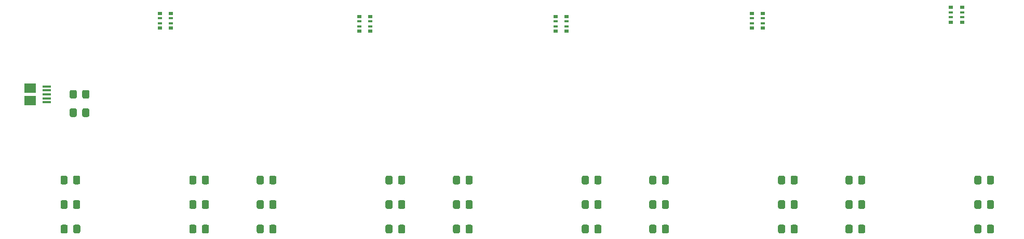
<source format=gbr>
%TF.GenerationSoftware,KiCad,Pcbnew,(5.1.6)-1*%
%TF.CreationDate,2020-10-11T19:25:40-07:00*%
%TF.ProjectId,Autopilot panel,4175746f-7069-46c6-9f74-2070616e656c,rev?*%
%TF.SameCoordinates,Original*%
%TF.FileFunction,Paste,Top*%
%TF.FilePolarity,Positive*%
%FSLAX46Y46*%
G04 Gerber Fmt 4.6, Leading zero omitted, Abs format (unit mm)*
G04 Created by KiCad (PCBNEW (5.1.6)-1) date 2020-10-11 19:25:40*
%MOMM*%
%LPD*%
G01*
G04 APERTURE LIST*
%ADD10R,1.900000X1.500000*%
%ADD11R,1.350000X0.400000*%
%ADD12R,0.800000X0.500000*%
%ADD13R,0.800000X0.400000*%
G04 APERTURE END LIST*
%TO.C,C2*%
G36*
G01*
X41475000Y-108450001D02*
X41475000Y-107549999D01*
G75*
G02*
X41724999Y-107300000I249999J0D01*
G01*
X42375001Y-107300000D01*
G75*
G02*
X42625000Y-107549999I0J-249999D01*
G01*
X42625000Y-108450001D01*
G75*
G02*
X42375001Y-108700000I-249999J0D01*
G01*
X41724999Y-108700000D01*
G75*
G02*
X41475000Y-108450001I0J249999D01*
G01*
G37*
G36*
G01*
X39425000Y-108450001D02*
X39425000Y-107549999D01*
G75*
G02*
X39674999Y-107300000I249999J0D01*
G01*
X40325001Y-107300000D01*
G75*
G02*
X40575000Y-107549999I0J-249999D01*
G01*
X40575000Y-108450001D01*
G75*
G02*
X40325001Y-108700000I-249999J0D01*
G01*
X39674999Y-108700000D01*
G75*
G02*
X39425000Y-108450001I0J249999D01*
G01*
G37*
%TD*%
%TO.C,C3*%
G36*
G01*
X63600000Y-107549999D02*
X63600000Y-108450001D01*
G75*
G02*
X63350001Y-108700000I-249999J0D01*
G01*
X62699999Y-108700000D01*
G75*
G02*
X62450000Y-108450001I0J249999D01*
G01*
X62450000Y-107549999D01*
G75*
G02*
X62699999Y-107300000I249999J0D01*
G01*
X63350001Y-107300000D01*
G75*
G02*
X63600000Y-107549999I0J-249999D01*
G01*
G37*
G36*
G01*
X61550000Y-107549999D02*
X61550000Y-108450001D01*
G75*
G02*
X61300001Y-108700000I-249999J0D01*
G01*
X60649999Y-108700000D01*
G75*
G02*
X60400000Y-108450001I0J249999D01*
G01*
X60400000Y-107549999D01*
G75*
G02*
X60649999Y-107300000I249999J0D01*
G01*
X61300001Y-107300000D01*
G75*
G02*
X61550000Y-107549999I0J-249999D01*
G01*
G37*
%TD*%
%TO.C,C4*%
G36*
G01*
X71400000Y-108450001D02*
X71400000Y-107549999D01*
G75*
G02*
X71649999Y-107300000I249999J0D01*
G01*
X72300001Y-107300000D01*
G75*
G02*
X72550000Y-107549999I0J-249999D01*
G01*
X72550000Y-108450001D01*
G75*
G02*
X72300001Y-108700000I-249999J0D01*
G01*
X71649999Y-108700000D01*
G75*
G02*
X71400000Y-108450001I0J249999D01*
G01*
G37*
G36*
G01*
X73450000Y-108450001D02*
X73450000Y-107549999D01*
G75*
G02*
X73699999Y-107300000I249999J0D01*
G01*
X74350001Y-107300000D01*
G75*
G02*
X74600000Y-107549999I0J-249999D01*
G01*
X74600000Y-108450001D01*
G75*
G02*
X74350001Y-108700000I-249999J0D01*
G01*
X73699999Y-108700000D01*
G75*
G02*
X73450000Y-108450001I0J249999D01*
G01*
G37*
%TD*%
%TO.C,C5*%
G36*
G01*
X93550000Y-107549999D02*
X93550000Y-108450001D01*
G75*
G02*
X93300001Y-108700000I-249999J0D01*
G01*
X92649999Y-108700000D01*
G75*
G02*
X92400000Y-108450001I0J249999D01*
G01*
X92400000Y-107549999D01*
G75*
G02*
X92649999Y-107300000I249999J0D01*
G01*
X93300001Y-107300000D01*
G75*
G02*
X93550000Y-107549999I0J-249999D01*
G01*
G37*
G36*
G01*
X95600000Y-107549999D02*
X95600000Y-108450001D01*
G75*
G02*
X95350001Y-108700000I-249999J0D01*
G01*
X94699999Y-108700000D01*
G75*
G02*
X94450000Y-108450001I0J249999D01*
G01*
X94450000Y-107549999D01*
G75*
G02*
X94699999Y-107300000I249999J0D01*
G01*
X95350001Y-107300000D01*
G75*
G02*
X95600000Y-107549999I0J-249999D01*
G01*
G37*
%TD*%
%TO.C,C6*%
G36*
G01*
X103400000Y-108450001D02*
X103400000Y-107549999D01*
G75*
G02*
X103649999Y-107300000I249999J0D01*
G01*
X104300001Y-107300000D01*
G75*
G02*
X104550000Y-107549999I0J-249999D01*
G01*
X104550000Y-108450001D01*
G75*
G02*
X104300001Y-108700000I-249999J0D01*
G01*
X103649999Y-108700000D01*
G75*
G02*
X103400000Y-108450001I0J249999D01*
G01*
G37*
G36*
G01*
X105450000Y-108450001D02*
X105450000Y-107549999D01*
G75*
G02*
X105699999Y-107300000I249999J0D01*
G01*
X106350001Y-107300000D01*
G75*
G02*
X106600000Y-107549999I0J-249999D01*
G01*
X106600000Y-108450001D01*
G75*
G02*
X106350001Y-108700000I-249999J0D01*
G01*
X105699999Y-108700000D01*
G75*
G02*
X105450000Y-108450001I0J249999D01*
G01*
G37*
%TD*%
%TO.C,C7*%
G36*
G01*
X125550000Y-107549999D02*
X125550000Y-108450001D01*
G75*
G02*
X125300001Y-108700000I-249999J0D01*
G01*
X124649999Y-108700000D01*
G75*
G02*
X124400000Y-108450001I0J249999D01*
G01*
X124400000Y-107549999D01*
G75*
G02*
X124649999Y-107300000I249999J0D01*
G01*
X125300001Y-107300000D01*
G75*
G02*
X125550000Y-107549999I0J-249999D01*
G01*
G37*
G36*
G01*
X127600000Y-107549999D02*
X127600000Y-108450001D01*
G75*
G02*
X127350001Y-108700000I-249999J0D01*
G01*
X126699999Y-108700000D01*
G75*
G02*
X126450000Y-108450001I0J249999D01*
G01*
X126450000Y-107549999D01*
G75*
G02*
X126699999Y-107300000I249999J0D01*
G01*
X127350001Y-107300000D01*
G75*
G02*
X127600000Y-107549999I0J-249999D01*
G01*
G37*
%TD*%
%TO.C,C8*%
G36*
G01*
X137450000Y-108450001D02*
X137450000Y-107549999D01*
G75*
G02*
X137699999Y-107300000I249999J0D01*
G01*
X138350001Y-107300000D01*
G75*
G02*
X138600000Y-107549999I0J-249999D01*
G01*
X138600000Y-108450001D01*
G75*
G02*
X138350001Y-108700000I-249999J0D01*
G01*
X137699999Y-108700000D01*
G75*
G02*
X137450000Y-108450001I0J249999D01*
G01*
G37*
G36*
G01*
X135400000Y-108450001D02*
X135400000Y-107549999D01*
G75*
G02*
X135649999Y-107300000I249999J0D01*
G01*
X136300001Y-107300000D01*
G75*
G02*
X136550000Y-107549999I0J-249999D01*
G01*
X136550000Y-108450001D01*
G75*
G02*
X136300001Y-108700000I-249999J0D01*
G01*
X135649999Y-108700000D01*
G75*
G02*
X135400000Y-108450001I0J249999D01*
G01*
G37*
%TD*%
%TO.C,C9*%
G36*
G01*
X159600000Y-107549999D02*
X159600000Y-108450001D01*
G75*
G02*
X159350001Y-108700000I-249999J0D01*
G01*
X158699999Y-108700000D01*
G75*
G02*
X158450000Y-108450001I0J249999D01*
G01*
X158450000Y-107549999D01*
G75*
G02*
X158699999Y-107300000I249999J0D01*
G01*
X159350001Y-107300000D01*
G75*
G02*
X159600000Y-107549999I0J-249999D01*
G01*
G37*
G36*
G01*
X157550000Y-107549999D02*
X157550000Y-108450001D01*
G75*
G02*
X157300001Y-108700000I-249999J0D01*
G01*
X156649999Y-108700000D01*
G75*
G02*
X156400000Y-108450001I0J249999D01*
G01*
X156400000Y-107549999D01*
G75*
G02*
X156649999Y-107300000I249999J0D01*
G01*
X157300001Y-107300000D01*
G75*
G02*
X157550000Y-107549999I0J-249999D01*
G01*
G37*
%TD*%
%TO.C,C10*%
G36*
G01*
X167400000Y-108450001D02*
X167400000Y-107549999D01*
G75*
G02*
X167649999Y-107300000I249999J0D01*
G01*
X168300001Y-107300000D01*
G75*
G02*
X168550000Y-107549999I0J-249999D01*
G01*
X168550000Y-108450001D01*
G75*
G02*
X168300001Y-108700000I-249999J0D01*
G01*
X167649999Y-108700000D01*
G75*
G02*
X167400000Y-108450001I0J249999D01*
G01*
G37*
G36*
G01*
X169450000Y-108450001D02*
X169450000Y-107549999D01*
G75*
G02*
X169699999Y-107300000I249999J0D01*
G01*
X170350001Y-107300000D01*
G75*
G02*
X170600000Y-107549999I0J-249999D01*
G01*
X170600000Y-108450001D01*
G75*
G02*
X170350001Y-108700000I-249999J0D01*
G01*
X169699999Y-108700000D01*
G75*
G02*
X169450000Y-108450001I0J249999D01*
G01*
G37*
%TD*%
%TO.C,C11*%
G36*
G01*
X189550000Y-107549999D02*
X189550000Y-108450001D01*
G75*
G02*
X189300001Y-108700000I-249999J0D01*
G01*
X188649999Y-108700000D01*
G75*
G02*
X188400000Y-108450001I0J249999D01*
G01*
X188400000Y-107549999D01*
G75*
G02*
X188649999Y-107300000I249999J0D01*
G01*
X189300001Y-107300000D01*
G75*
G02*
X189550000Y-107549999I0J-249999D01*
G01*
G37*
G36*
G01*
X191600000Y-107549999D02*
X191600000Y-108450001D01*
G75*
G02*
X191350001Y-108700000I-249999J0D01*
G01*
X190699999Y-108700000D01*
G75*
G02*
X190450000Y-108450001I0J249999D01*
G01*
X190450000Y-107549999D01*
G75*
G02*
X190699999Y-107300000I249999J0D01*
G01*
X191350001Y-107300000D01*
G75*
G02*
X191600000Y-107549999I0J-249999D01*
G01*
G37*
%TD*%
D10*
%TO.C,J1*%
X34462500Y-87000000D03*
D11*
X37162500Y-85350000D03*
X37162500Y-84700000D03*
X37162500Y-87300000D03*
X37162500Y-86650000D03*
X37162500Y-86000000D03*
D10*
X34462500Y-85000000D03*
%TD*%
%TO.C,R6*%
G36*
G01*
X41450000Y-104450001D02*
X41450000Y-103549999D01*
G75*
G02*
X41699999Y-103300000I249999J0D01*
G01*
X42350001Y-103300000D01*
G75*
G02*
X42600000Y-103549999I0J-249999D01*
G01*
X42600000Y-104450001D01*
G75*
G02*
X42350001Y-104700000I-249999J0D01*
G01*
X41699999Y-104700000D01*
G75*
G02*
X41450000Y-104450001I0J249999D01*
G01*
G37*
G36*
G01*
X39400000Y-104450001D02*
X39400000Y-103549999D01*
G75*
G02*
X39649999Y-103300000I249999J0D01*
G01*
X40300001Y-103300000D01*
G75*
G02*
X40550000Y-103549999I0J-249999D01*
G01*
X40550000Y-104450001D01*
G75*
G02*
X40300001Y-104700000I-249999J0D01*
G01*
X39649999Y-104700000D01*
G75*
G02*
X39400000Y-104450001I0J249999D01*
G01*
G37*
%TD*%
%TO.C,R7*%
G36*
G01*
X63600000Y-103549999D02*
X63600000Y-104450001D01*
G75*
G02*
X63350001Y-104700000I-249999J0D01*
G01*
X62699999Y-104700000D01*
G75*
G02*
X62450000Y-104450001I0J249999D01*
G01*
X62450000Y-103549999D01*
G75*
G02*
X62699999Y-103300000I249999J0D01*
G01*
X63350001Y-103300000D01*
G75*
G02*
X63600000Y-103549999I0J-249999D01*
G01*
G37*
G36*
G01*
X61550000Y-103549999D02*
X61550000Y-104450001D01*
G75*
G02*
X61300001Y-104700000I-249999J0D01*
G01*
X60649999Y-104700000D01*
G75*
G02*
X60400000Y-104450001I0J249999D01*
G01*
X60400000Y-103549999D01*
G75*
G02*
X60649999Y-103300000I249999J0D01*
G01*
X61300001Y-103300000D01*
G75*
G02*
X61550000Y-103549999I0J-249999D01*
G01*
G37*
%TD*%
%TO.C,R8*%
G36*
G01*
X39400000Y-100450001D02*
X39400000Y-99549999D01*
G75*
G02*
X39649999Y-99300000I249999J0D01*
G01*
X40300001Y-99300000D01*
G75*
G02*
X40550000Y-99549999I0J-249999D01*
G01*
X40550000Y-100450001D01*
G75*
G02*
X40300001Y-100700000I-249999J0D01*
G01*
X39649999Y-100700000D01*
G75*
G02*
X39400000Y-100450001I0J249999D01*
G01*
G37*
G36*
G01*
X41450000Y-100450001D02*
X41450000Y-99549999D01*
G75*
G02*
X41699999Y-99300000I249999J0D01*
G01*
X42350001Y-99300000D01*
G75*
G02*
X42600000Y-99549999I0J-249999D01*
G01*
X42600000Y-100450001D01*
G75*
G02*
X42350001Y-100700000I-249999J0D01*
G01*
X41699999Y-100700000D01*
G75*
G02*
X41450000Y-100450001I0J249999D01*
G01*
G37*
%TD*%
%TO.C,R9*%
G36*
G01*
X61550000Y-99549999D02*
X61550000Y-100450001D01*
G75*
G02*
X61300001Y-100700000I-249999J0D01*
G01*
X60649999Y-100700000D01*
G75*
G02*
X60400000Y-100450001I0J249999D01*
G01*
X60400000Y-99549999D01*
G75*
G02*
X60649999Y-99300000I249999J0D01*
G01*
X61300001Y-99300000D01*
G75*
G02*
X61550000Y-99549999I0J-249999D01*
G01*
G37*
G36*
G01*
X63600000Y-99549999D02*
X63600000Y-100450001D01*
G75*
G02*
X63350001Y-100700000I-249999J0D01*
G01*
X62699999Y-100700000D01*
G75*
G02*
X62450000Y-100450001I0J249999D01*
G01*
X62450000Y-99549999D01*
G75*
G02*
X62699999Y-99300000I249999J0D01*
G01*
X63350001Y-99300000D01*
G75*
G02*
X63600000Y-99549999I0J-249999D01*
G01*
G37*
%TD*%
%TO.C,R10*%
G36*
G01*
X73450000Y-104450001D02*
X73450000Y-103549999D01*
G75*
G02*
X73699999Y-103300000I249999J0D01*
G01*
X74350001Y-103300000D01*
G75*
G02*
X74600000Y-103549999I0J-249999D01*
G01*
X74600000Y-104450001D01*
G75*
G02*
X74350001Y-104700000I-249999J0D01*
G01*
X73699999Y-104700000D01*
G75*
G02*
X73450000Y-104450001I0J249999D01*
G01*
G37*
G36*
G01*
X71400000Y-104450001D02*
X71400000Y-103549999D01*
G75*
G02*
X71649999Y-103300000I249999J0D01*
G01*
X72300001Y-103300000D01*
G75*
G02*
X72550000Y-103549999I0J-249999D01*
G01*
X72550000Y-104450001D01*
G75*
G02*
X72300001Y-104700000I-249999J0D01*
G01*
X71649999Y-104700000D01*
G75*
G02*
X71400000Y-104450001I0J249999D01*
G01*
G37*
%TD*%
%TO.C,R11*%
G36*
G01*
X93550000Y-103549999D02*
X93550000Y-104450001D01*
G75*
G02*
X93300001Y-104700000I-249999J0D01*
G01*
X92649999Y-104700000D01*
G75*
G02*
X92400000Y-104450001I0J249999D01*
G01*
X92400000Y-103549999D01*
G75*
G02*
X92649999Y-103300000I249999J0D01*
G01*
X93300001Y-103300000D01*
G75*
G02*
X93550000Y-103549999I0J-249999D01*
G01*
G37*
G36*
G01*
X95600000Y-103549999D02*
X95600000Y-104450001D01*
G75*
G02*
X95350001Y-104700000I-249999J0D01*
G01*
X94699999Y-104700000D01*
G75*
G02*
X94450000Y-104450001I0J249999D01*
G01*
X94450000Y-103549999D01*
G75*
G02*
X94699999Y-103300000I249999J0D01*
G01*
X95350001Y-103300000D01*
G75*
G02*
X95600000Y-103549999I0J-249999D01*
G01*
G37*
%TD*%
%TO.C,R12*%
G36*
G01*
X73450000Y-100450001D02*
X73450000Y-99549999D01*
G75*
G02*
X73699999Y-99300000I249999J0D01*
G01*
X74350001Y-99300000D01*
G75*
G02*
X74600000Y-99549999I0J-249999D01*
G01*
X74600000Y-100450001D01*
G75*
G02*
X74350001Y-100700000I-249999J0D01*
G01*
X73699999Y-100700000D01*
G75*
G02*
X73450000Y-100450001I0J249999D01*
G01*
G37*
G36*
G01*
X71400000Y-100450001D02*
X71400000Y-99549999D01*
G75*
G02*
X71649999Y-99300000I249999J0D01*
G01*
X72300001Y-99300000D01*
G75*
G02*
X72550000Y-99549999I0J-249999D01*
G01*
X72550000Y-100450001D01*
G75*
G02*
X72300001Y-100700000I-249999J0D01*
G01*
X71649999Y-100700000D01*
G75*
G02*
X71400000Y-100450001I0J249999D01*
G01*
G37*
%TD*%
%TO.C,R13*%
G36*
G01*
X95600000Y-99549999D02*
X95600000Y-100450001D01*
G75*
G02*
X95350001Y-100700000I-249999J0D01*
G01*
X94699999Y-100700000D01*
G75*
G02*
X94450000Y-100450001I0J249999D01*
G01*
X94450000Y-99549999D01*
G75*
G02*
X94699999Y-99300000I249999J0D01*
G01*
X95350001Y-99300000D01*
G75*
G02*
X95600000Y-99549999I0J-249999D01*
G01*
G37*
G36*
G01*
X93550000Y-99549999D02*
X93550000Y-100450001D01*
G75*
G02*
X93300001Y-100700000I-249999J0D01*
G01*
X92649999Y-100700000D01*
G75*
G02*
X92400000Y-100450001I0J249999D01*
G01*
X92400000Y-99549999D01*
G75*
G02*
X92649999Y-99300000I249999J0D01*
G01*
X93300001Y-99300000D01*
G75*
G02*
X93550000Y-99549999I0J-249999D01*
G01*
G37*
%TD*%
%TO.C,R14*%
G36*
G01*
X103400000Y-104450001D02*
X103400000Y-103549999D01*
G75*
G02*
X103649999Y-103300000I249999J0D01*
G01*
X104300001Y-103300000D01*
G75*
G02*
X104550000Y-103549999I0J-249999D01*
G01*
X104550000Y-104450001D01*
G75*
G02*
X104300001Y-104700000I-249999J0D01*
G01*
X103649999Y-104700000D01*
G75*
G02*
X103400000Y-104450001I0J249999D01*
G01*
G37*
G36*
G01*
X105450000Y-104450001D02*
X105450000Y-103549999D01*
G75*
G02*
X105699999Y-103300000I249999J0D01*
G01*
X106350001Y-103300000D01*
G75*
G02*
X106600000Y-103549999I0J-249999D01*
G01*
X106600000Y-104450001D01*
G75*
G02*
X106350001Y-104700000I-249999J0D01*
G01*
X105699999Y-104700000D01*
G75*
G02*
X105450000Y-104450001I0J249999D01*
G01*
G37*
%TD*%
%TO.C,R15*%
G36*
G01*
X125550000Y-103549999D02*
X125550000Y-104450001D01*
G75*
G02*
X125300001Y-104700000I-249999J0D01*
G01*
X124649999Y-104700000D01*
G75*
G02*
X124400000Y-104450001I0J249999D01*
G01*
X124400000Y-103549999D01*
G75*
G02*
X124649999Y-103300000I249999J0D01*
G01*
X125300001Y-103300000D01*
G75*
G02*
X125550000Y-103549999I0J-249999D01*
G01*
G37*
G36*
G01*
X127600000Y-103549999D02*
X127600000Y-104450001D01*
G75*
G02*
X127350001Y-104700000I-249999J0D01*
G01*
X126699999Y-104700000D01*
G75*
G02*
X126450000Y-104450001I0J249999D01*
G01*
X126450000Y-103549999D01*
G75*
G02*
X126699999Y-103300000I249999J0D01*
G01*
X127350001Y-103300000D01*
G75*
G02*
X127600000Y-103549999I0J-249999D01*
G01*
G37*
%TD*%
%TO.C,R16*%
G36*
G01*
X103400000Y-100450001D02*
X103400000Y-99549999D01*
G75*
G02*
X103649999Y-99300000I249999J0D01*
G01*
X104300001Y-99300000D01*
G75*
G02*
X104550000Y-99549999I0J-249999D01*
G01*
X104550000Y-100450001D01*
G75*
G02*
X104300001Y-100700000I-249999J0D01*
G01*
X103649999Y-100700000D01*
G75*
G02*
X103400000Y-100450001I0J249999D01*
G01*
G37*
G36*
G01*
X105450000Y-100450001D02*
X105450000Y-99549999D01*
G75*
G02*
X105699999Y-99300000I249999J0D01*
G01*
X106350001Y-99300000D01*
G75*
G02*
X106600000Y-99549999I0J-249999D01*
G01*
X106600000Y-100450001D01*
G75*
G02*
X106350001Y-100700000I-249999J0D01*
G01*
X105699999Y-100700000D01*
G75*
G02*
X105450000Y-100450001I0J249999D01*
G01*
G37*
%TD*%
%TO.C,R17*%
G36*
G01*
X127600000Y-99549999D02*
X127600000Y-100450001D01*
G75*
G02*
X127350001Y-100700000I-249999J0D01*
G01*
X126699999Y-100700000D01*
G75*
G02*
X126450000Y-100450001I0J249999D01*
G01*
X126450000Y-99549999D01*
G75*
G02*
X126699999Y-99300000I249999J0D01*
G01*
X127350001Y-99300000D01*
G75*
G02*
X127600000Y-99549999I0J-249999D01*
G01*
G37*
G36*
G01*
X125550000Y-99549999D02*
X125550000Y-100450001D01*
G75*
G02*
X125300001Y-100700000I-249999J0D01*
G01*
X124649999Y-100700000D01*
G75*
G02*
X124400000Y-100450001I0J249999D01*
G01*
X124400000Y-99549999D01*
G75*
G02*
X124649999Y-99300000I249999J0D01*
G01*
X125300001Y-99300000D01*
G75*
G02*
X125550000Y-99549999I0J-249999D01*
G01*
G37*
%TD*%
%TO.C,R18*%
G36*
G01*
X135400000Y-104450001D02*
X135400000Y-103549999D01*
G75*
G02*
X135649999Y-103300000I249999J0D01*
G01*
X136300001Y-103300000D01*
G75*
G02*
X136550000Y-103549999I0J-249999D01*
G01*
X136550000Y-104450001D01*
G75*
G02*
X136300001Y-104700000I-249999J0D01*
G01*
X135649999Y-104700000D01*
G75*
G02*
X135400000Y-104450001I0J249999D01*
G01*
G37*
G36*
G01*
X137450000Y-104450001D02*
X137450000Y-103549999D01*
G75*
G02*
X137699999Y-103300000I249999J0D01*
G01*
X138350001Y-103300000D01*
G75*
G02*
X138600000Y-103549999I0J-249999D01*
G01*
X138600000Y-104450001D01*
G75*
G02*
X138350001Y-104700000I-249999J0D01*
G01*
X137699999Y-104700000D01*
G75*
G02*
X137450000Y-104450001I0J249999D01*
G01*
G37*
%TD*%
%TO.C,R19*%
G36*
G01*
X157550000Y-103549999D02*
X157550000Y-104450001D01*
G75*
G02*
X157300001Y-104700000I-249999J0D01*
G01*
X156649999Y-104700000D01*
G75*
G02*
X156400000Y-104450001I0J249999D01*
G01*
X156400000Y-103549999D01*
G75*
G02*
X156649999Y-103300000I249999J0D01*
G01*
X157300001Y-103300000D01*
G75*
G02*
X157550000Y-103549999I0J-249999D01*
G01*
G37*
G36*
G01*
X159600000Y-103549999D02*
X159600000Y-104450001D01*
G75*
G02*
X159350001Y-104700000I-249999J0D01*
G01*
X158699999Y-104700000D01*
G75*
G02*
X158450000Y-104450001I0J249999D01*
G01*
X158450000Y-103549999D01*
G75*
G02*
X158699999Y-103300000I249999J0D01*
G01*
X159350001Y-103300000D01*
G75*
G02*
X159600000Y-103549999I0J-249999D01*
G01*
G37*
%TD*%
%TO.C,R20*%
G36*
G01*
X137450000Y-100450001D02*
X137450000Y-99549999D01*
G75*
G02*
X137699999Y-99300000I249999J0D01*
G01*
X138350001Y-99300000D01*
G75*
G02*
X138600000Y-99549999I0J-249999D01*
G01*
X138600000Y-100450001D01*
G75*
G02*
X138350001Y-100700000I-249999J0D01*
G01*
X137699999Y-100700000D01*
G75*
G02*
X137450000Y-100450001I0J249999D01*
G01*
G37*
G36*
G01*
X135400000Y-100450001D02*
X135400000Y-99549999D01*
G75*
G02*
X135649999Y-99300000I249999J0D01*
G01*
X136300001Y-99300000D01*
G75*
G02*
X136550000Y-99549999I0J-249999D01*
G01*
X136550000Y-100450001D01*
G75*
G02*
X136300001Y-100700000I-249999J0D01*
G01*
X135649999Y-100700000D01*
G75*
G02*
X135400000Y-100450001I0J249999D01*
G01*
G37*
%TD*%
%TO.C,R21*%
G36*
G01*
X159600000Y-99549999D02*
X159600000Y-100450001D01*
G75*
G02*
X159350001Y-100700000I-249999J0D01*
G01*
X158699999Y-100700000D01*
G75*
G02*
X158450000Y-100450001I0J249999D01*
G01*
X158450000Y-99549999D01*
G75*
G02*
X158699999Y-99300000I249999J0D01*
G01*
X159350001Y-99300000D01*
G75*
G02*
X159600000Y-99549999I0J-249999D01*
G01*
G37*
G36*
G01*
X157550000Y-99549999D02*
X157550000Y-100450001D01*
G75*
G02*
X157300001Y-100700000I-249999J0D01*
G01*
X156649999Y-100700000D01*
G75*
G02*
X156400000Y-100450001I0J249999D01*
G01*
X156400000Y-99549999D01*
G75*
G02*
X156649999Y-99300000I249999J0D01*
G01*
X157300001Y-99300000D01*
G75*
G02*
X157550000Y-99549999I0J-249999D01*
G01*
G37*
%TD*%
%TO.C,R22*%
G36*
G01*
X167400000Y-104450001D02*
X167400000Y-103549999D01*
G75*
G02*
X167649999Y-103300000I249999J0D01*
G01*
X168300001Y-103300000D01*
G75*
G02*
X168550000Y-103549999I0J-249999D01*
G01*
X168550000Y-104450001D01*
G75*
G02*
X168300001Y-104700000I-249999J0D01*
G01*
X167649999Y-104700000D01*
G75*
G02*
X167400000Y-104450001I0J249999D01*
G01*
G37*
G36*
G01*
X169450000Y-104450001D02*
X169450000Y-103549999D01*
G75*
G02*
X169699999Y-103300000I249999J0D01*
G01*
X170350001Y-103300000D01*
G75*
G02*
X170600000Y-103549999I0J-249999D01*
G01*
X170600000Y-104450001D01*
G75*
G02*
X170350001Y-104700000I-249999J0D01*
G01*
X169699999Y-104700000D01*
G75*
G02*
X169450000Y-104450001I0J249999D01*
G01*
G37*
%TD*%
%TO.C,R23*%
G36*
G01*
X189550000Y-103549999D02*
X189550000Y-104450001D01*
G75*
G02*
X189300001Y-104700000I-249999J0D01*
G01*
X188649999Y-104700000D01*
G75*
G02*
X188400000Y-104450001I0J249999D01*
G01*
X188400000Y-103549999D01*
G75*
G02*
X188649999Y-103300000I249999J0D01*
G01*
X189300001Y-103300000D01*
G75*
G02*
X189550000Y-103549999I0J-249999D01*
G01*
G37*
G36*
G01*
X191600000Y-103549999D02*
X191600000Y-104450001D01*
G75*
G02*
X191350001Y-104700000I-249999J0D01*
G01*
X190699999Y-104700000D01*
G75*
G02*
X190450000Y-104450001I0J249999D01*
G01*
X190450000Y-103549999D01*
G75*
G02*
X190699999Y-103300000I249999J0D01*
G01*
X191350001Y-103300000D01*
G75*
G02*
X191600000Y-103549999I0J-249999D01*
G01*
G37*
%TD*%
%TO.C,R24*%
G36*
G01*
X169450000Y-100450001D02*
X169450000Y-99549999D01*
G75*
G02*
X169699999Y-99300000I249999J0D01*
G01*
X170350001Y-99300000D01*
G75*
G02*
X170600000Y-99549999I0J-249999D01*
G01*
X170600000Y-100450001D01*
G75*
G02*
X170350001Y-100700000I-249999J0D01*
G01*
X169699999Y-100700000D01*
G75*
G02*
X169450000Y-100450001I0J249999D01*
G01*
G37*
G36*
G01*
X167400000Y-100450001D02*
X167400000Y-99549999D01*
G75*
G02*
X167649999Y-99300000I249999J0D01*
G01*
X168300001Y-99300000D01*
G75*
G02*
X168550000Y-99549999I0J-249999D01*
G01*
X168550000Y-100450001D01*
G75*
G02*
X168300001Y-100700000I-249999J0D01*
G01*
X167649999Y-100700000D01*
G75*
G02*
X167400000Y-100450001I0J249999D01*
G01*
G37*
%TD*%
%TO.C,R25*%
G36*
G01*
X191600000Y-99549999D02*
X191600000Y-100450001D01*
G75*
G02*
X191350001Y-100700000I-249999J0D01*
G01*
X190699999Y-100700000D01*
G75*
G02*
X190450000Y-100450001I0J249999D01*
G01*
X190450000Y-99549999D01*
G75*
G02*
X190699999Y-99300000I249999J0D01*
G01*
X191350001Y-99300000D01*
G75*
G02*
X191600000Y-99549999I0J-249999D01*
G01*
G37*
G36*
G01*
X189550000Y-99549999D02*
X189550000Y-100450001D01*
G75*
G02*
X189300001Y-100700000I-249999J0D01*
G01*
X188649999Y-100700000D01*
G75*
G02*
X188400000Y-100450001I0J249999D01*
G01*
X188400000Y-99549999D01*
G75*
G02*
X188649999Y-99300000I249999J0D01*
G01*
X189300001Y-99300000D01*
G75*
G02*
X189550000Y-99549999I0J-249999D01*
G01*
G37*
%TD*%
%TO.C,D6*%
G36*
G01*
X44100000Y-88549999D02*
X44100000Y-89450001D01*
G75*
G02*
X43850001Y-89700000I-249999J0D01*
G01*
X43199999Y-89700000D01*
G75*
G02*
X42950000Y-89450001I0J249999D01*
G01*
X42950000Y-88549999D01*
G75*
G02*
X43199999Y-88300000I249999J0D01*
G01*
X43850001Y-88300000D01*
G75*
G02*
X44100000Y-88549999I0J-249999D01*
G01*
G37*
G36*
G01*
X42050000Y-88549999D02*
X42050000Y-89450001D01*
G75*
G02*
X41800001Y-89700000I-249999J0D01*
G01*
X41149999Y-89700000D01*
G75*
G02*
X40900000Y-89450001I0J249999D01*
G01*
X40900000Y-88549999D01*
G75*
G02*
X41149999Y-88300000I249999J0D01*
G01*
X41800001Y-88300000D01*
G75*
G02*
X42050000Y-88549999I0J-249999D01*
G01*
G37*
%TD*%
%TO.C,R26*%
G36*
G01*
X40900000Y-86450001D02*
X40900000Y-85549999D01*
G75*
G02*
X41149999Y-85300000I249999J0D01*
G01*
X41800001Y-85300000D01*
G75*
G02*
X42050000Y-85549999I0J-249999D01*
G01*
X42050000Y-86450001D01*
G75*
G02*
X41800001Y-86700000I-249999J0D01*
G01*
X41149999Y-86700000D01*
G75*
G02*
X40900000Y-86450001I0J249999D01*
G01*
G37*
G36*
G01*
X42950000Y-86450001D02*
X42950000Y-85549999D01*
G75*
G02*
X43199999Y-85300000I249999J0D01*
G01*
X43850001Y-85300000D01*
G75*
G02*
X44100000Y-85549999I0J-249999D01*
G01*
X44100000Y-86450001D01*
G75*
G02*
X43850001Y-86700000I-249999J0D01*
G01*
X43199999Y-86700000D01*
G75*
G02*
X42950000Y-86450001I0J249999D01*
G01*
G37*
%TD*%
D12*
%TO.C,RN1*%
X55600000Y-72800000D03*
D13*
X55600000Y-74400000D03*
X55600000Y-73600000D03*
D12*
X55600000Y-75200000D03*
D13*
X57400000Y-73600000D03*
D12*
X57400000Y-72800000D03*
D13*
X57400000Y-74400000D03*
D12*
X57400000Y-75200000D03*
%TD*%
%TO.C,RN2*%
X89900000Y-75700000D03*
D13*
X89900000Y-74900000D03*
D12*
X89900000Y-73300000D03*
D13*
X89900000Y-74100000D03*
D12*
X88100000Y-75700000D03*
D13*
X88100000Y-74100000D03*
X88100000Y-74900000D03*
D12*
X88100000Y-73300000D03*
%TD*%
%TO.C,RN3*%
X120100000Y-73300000D03*
D13*
X120100000Y-74900000D03*
X120100000Y-74100000D03*
D12*
X120100000Y-75700000D03*
D13*
X121900000Y-74100000D03*
D12*
X121900000Y-73300000D03*
D13*
X121900000Y-74900000D03*
D12*
X121900000Y-75700000D03*
%TD*%
%TO.C,RN4*%
X153900000Y-75200000D03*
D13*
X153900000Y-74400000D03*
D12*
X153900000Y-72800000D03*
D13*
X153900000Y-73600000D03*
D12*
X152100000Y-75200000D03*
D13*
X152100000Y-73600000D03*
X152100000Y-74400000D03*
D12*
X152100000Y-72800000D03*
%TD*%
%TO.C,RN5*%
X184600000Y-71800000D03*
D13*
X184600000Y-73400000D03*
X184600000Y-72600000D03*
D12*
X184600000Y-74200000D03*
D13*
X186400000Y-72600000D03*
D12*
X186400000Y-71800000D03*
D13*
X186400000Y-73400000D03*
D12*
X186400000Y-74200000D03*
%TD*%
M02*

</source>
